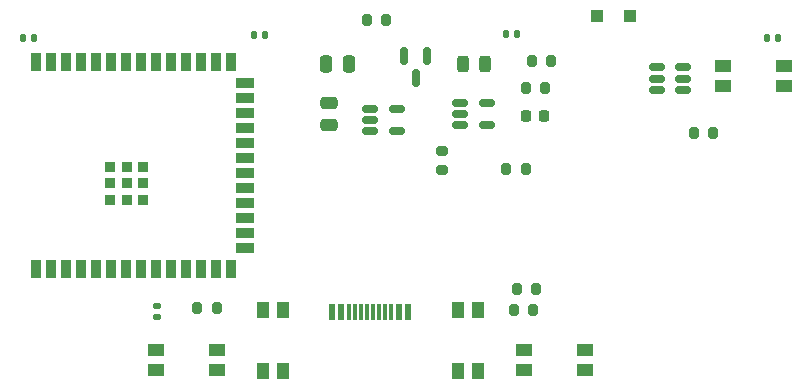
<source format=gbr>
%TF.GenerationSoftware,KiCad,Pcbnew,9.0.1*%
%TF.CreationDate,2025-04-13T07:36:32-05:00*%
%TF.ProjectId,LASK-V2-0,4c41534b-2d56-4322-9d30-2e6b69636164,rev?*%
%TF.SameCoordinates,Original*%
%TF.FileFunction,Paste,Top*%
%TF.FilePolarity,Positive*%
%FSLAX46Y46*%
G04 Gerber Fmt 4.6, Leading zero omitted, Abs format (unit mm)*
G04 Created by KiCad (PCBNEW 9.0.1) date 2025-04-13 07:36:32*
%MOMM*%
%LPD*%
G01*
G04 APERTURE LIST*
G04 Aperture macros list*
%AMRoundRect*
0 Rectangle with rounded corners*
0 $1 Rounding radius*
0 $2 $3 $4 $5 $6 $7 $8 $9 X,Y pos of 4 corners*
0 Add a 4 corners polygon primitive as box body*
4,1,4,$2,$3,$4,$5,$6,$7,$8,$9,$2,$3,0*
0 Add four circle primitives for the rounded corners*
1,1,$1+$1,$2,$3*
1,1,$1+$1,$4,$5*
1,1,$1+$1,$6,$7*
1,1,$1+$1,$8,$9*
0 Add four rect primitives between the rounded corners*
20,1,$1+$1,$2,$3,$4,$5,0*
20,1,$1+$1,$4,$5,$6,$7,0*
20,1,$1+$1,$6,$7,$8,$9,0*
20,1,$1+$1,$8,$9,$2,$3,0*%
G04 Aperture macros list end*
%ADD10RoundRect,0.140000X-0.140000X-0.170000X0.140000X-0.170000X0.140000X0.170000X-0.140000X0.170000X0*%
%ADD11RoundRect,0.200000X-0.200000X-0.275000X0.200000X-0.275000X0.200000X0.275000X-0.200000X0.275000X0*%
%ADD12RoundRect,0.250000X-0.475000X0.250000X-0.475000X-0.250000X0.475000X-0.250000X0.475000X0.250000X0*%
%ADD13RoundRect,0.200000X0.200000X0.275000X-0.200000X0.275000X-0.200000X-0.275000X0.200000X-0.275000X0*%
%ADD14RoundRect,0.150000X-0.150000X0.587500X-0.150000X-0.587500X0.150000X-0.587500X0.150000X0.587500X0*%
%ADD15RoundRect,0.150000X-0.512500X-0.150000X0.512500X-0.150000X0.512500X0.150000X-0.512500X0.150000X0*%
%ADD16R,1.450000X1.000000*%
%ADD17RoundRect,0.225000X0.225000X0.250000X-0.225000X0.250000X-0.225000X-0.250000X0.225000X-0.250000X0*%
%ADD18RoundRect,0.140000X-0.170000X0.140000X-0.170000X-0.140000X0.170000X-0.140000X0.170000X0.140000X0*%
%ADD19RoundRect,0.250000X-0.300000X-0.300000X0.300000X-0.300000X0.300000X0.300000X-0.300000X0.300000X0*%
%ADD20RoundRect,0.200000X-0.275000X0.200000X-0.275000X-0.200000X0.275000X-0.200000X0.275000X0.200000X0*%
%ADD21R,0.812800X1.498600*%
%ADD22R,1.498600X0.812800*%
%ADD23R,0.889000X0.889000*%
%ADD24R,1.000000X1.450000*%
%ADD25RoundRect,0.243750X-0.243750X-0.456250X0.243750X-0.456250X0.243750X0.456250X-0.243750X0.456250X0*%
%ADD26R,0.600000X1.450000*%
%ADD27R,0.300000X1.450000*%
%ADD28RoundRect,0.250000X0.250000X0.475000X-0.250000X0.475000X-0.250000X-0.475000X0.250000X-0.475000X0*%
G04 APERTURE END LIST*
D10*
%TO.C,C2*%
X122484000Y-71120000D03*
X123444000Y-71120000D03*
%TD*%
D11*
%TO.C,R4*%
X165101000Y-75311000D03*
X166751000Y-75311000D03*
%TD*%
D12*
%TO.C,C6*%
X148452000Y-76581000D03*
X148452000Y-78481000D03*
%TD*%
D13*
%TO.C,R9*%
X153289000Y-69596000D03*
X151639000Y-69596000D03*
%TD*%
D14*
%TO.C,Q2*%
X156713000Y-72644000D03*
X154813000Y-72644000D03*
X155763000Y-74519000D03*
%TD*%
D15*
%TO.C,U4*%
X159523000Y-76586000D03*
X159523000Y-77536000D03*
X159523000Y-78486000D03*
X161798000Y-78486000D03*
X161798000Y-76586000D03*
%TD*%
D16*
%TO.C,SW_PWR1*%
X181794000Y-75184000D03*
X181794000Y-73484000D03*
X186944000Y-75184000D03*
X186944000Y-73484000D03*
%TD*%
D17*
%TO.C,C8*%
X166624000Y-77729000D03*
X165074000Y-77729000D03*
%TD*%
D15*
%TO.C,U3*%
X151903000Y-77094000D03*
X151903000Y-78044000D03*
X151903000Y-78994000D03*
X154178000Y-78994000D03*
X154178000Y-77094000D03*
%TD*%
D11*
%TO.C,R3*%
X179325000Y-79121000D03*
X180975000Y-79121000D03*
%TD*%
%TO.C,R2*%
X164085000Y-94107000D03*
X165735000Y-94107000D03*
%TD*%
%TO.C,R8*%
X163450000Y-82169000D03*
X165100000Y-82169000D03*
%TD*%
D10*
%TO.C,C4*%
X142042000Y-70866000D03*
X143002000Y-70866000D03*
%TD*%
D18*
%TO.C,C5*%
X133858000Y-93782000D03*
X133858000Y-94742000D03*
%TD*%
D10*
%TO.C,C3*%
X185476000Y-71120000D03*
X186436000Y-71120000D03*
%TD*%
D19*
%TO.C,D1*%
X171087000Y-69215000D03*
X173887000Y-69215000D03*
%TD*%
D11*
%TO.C,R1*%
X164339000Y-92329000D03*
X165989000Y-92329000D03*
%TD*%
D16*
%TO.C,SW_SEL1*%
X164973000Y-99187000D03*
X164973000Y-97487000D03*
X170123000Y-99187000D03*
X170123000Y-97487000D03*
%TD*%
D20*
%TO.C,R7*%
X157988000Y-80645000D03*
X157988000Y-82295000D03*
%TD*%
D21*
%TO.C,U2*%
X123591000Y-90665000D03*
X124861000Y-90665000D03*
X126131000Y-90665000D03*
X127401000Y-90665000D03*
X128671000Y-90665000D03*
X129941000Y-90665000D03*
X131211000Y-90665000D03*
X132481000Y-90665000D03*
X133751000Y-90665000D03*
X135021000Y-90665000D03*
X136291000Y-90665000D03*
X137561000Y-90665000D03*
X138831000Y-90665000D03*
X140101000Y-90665000D03*
D22*
X141351000Y-88900000D03*
X141351000Y-87630000D03*
X141351000Y-86360000D03*
X141351000Y-85090000D03*
X141351000Y-83820000D03*
X141351000Y-82550000D03*
X141351000Y-81280000D03*
X141351000Y-80010000D03*
X141351000Y-78740000D03*
X141351000Y-77470000D03*
X141351000Y-76200000D03*
X141351000Y-74930000D03*
D21*
X140101000Y-73165000D03*
X138831000Y-73165000D03*
X137561000Y-73165000D03*
X136291000Y-73165000D03*
X135021000Y-73165000D03*
X133751000Y-73165000D03*
X132481000Y-73165000D03*
X131211000Y-73165000D03*
X129941000Y-73165000D03*
X128671000Y-73165000D03*
X127401000Y-73165000D03*
X126131000Y-73165000D03*
X124861000Y-73165000D03*
X123591000Y-73165000D03*
D23*
X131311000Y-83415000D03*
X129911000Y-84815000D03*
X131311000Y-84815000D03*
X132711000Y-84815000D03*
X132711000Y-83415000D03*
X132711000Y-82015000D03*
X131311000Y-82015000D03*
X129911000Y-82015000D03*
X129911000Y-83415000D03*
%TD*%
D24*
%TO.C,SW_RST1*%
X144526000Y-99314000D03*
X142826000Y-99314000D03*
X144526000Y-94164000D03*
X142826000Y-94164000D03*
%TD*%
D13*
%TO.C,R6*%
X138937000Y-93980000D03*
X137287000Y-93980000D03*
%TD*%
D25*
%TO.C,D2*%
X159796000Y-73279000D03*
X161671000Y-73279000D03*
%TD*%
D16*
%TO.C,SW_BOOT1*%
X133788000Y-99236000D03*
X133788000Y-97536000D03*
X138938000Y-99236000D03*
X138938000Y-97536000D03*
%TD*%
D26*
%TO.C,J4*%
X148640000Y-94335000D03*
X149440000Y-94335000D03*
D27*
X150640000Y-94335000D03*
X151640000Y-94335000D03*
X152140000Y-94335000D03*
X153140000Y-94335000D03*
D26*
X154340000Y-94335000D03*
X155140000Y-94335000D03*
X155140000Y-94335000D03*
X154340000Y-94335000D03*
D27*
X153640000Y-94335000D03*
X152640000Y-94335000D03*
X151140000Y-94335000D03*
X150140000Y-94335000D03*
D26*
X149440000Y-94335000D03*
X148640000Y-94335000D03*
%TD*%
D11*
%TO.C,R5*%
X165609000Y-73025000D03*
X167259000Y-73025000D03*
%TD*%
D28*
%TO.C,C7*%
X150109000Y-73279000D03*
X148209000Y-73279000D03*
%TD*%
D10*
%TO.C,C1*%
X163378000Y-70739000D03*
X164338000Y-70739000D03*
%TD*%
D15*
%TO.C,MAX1*%
X176160000Y-73599000D03*
X176160000Y-74549000D03*
X176160000Y-75499000D03*
X178435000Y-75499000D03*
X178435000Y-74549000D03*
X178435000Y-73599000D03*
%TD*%
D24*
%TO.C,SW_M1*%
X161036000Y-99314000D03*
X159336000Y-99314000D03*
X161036000Y-94164000D03*
X159336000Y-94164000D03*
%TD*%
M02*

</source>
